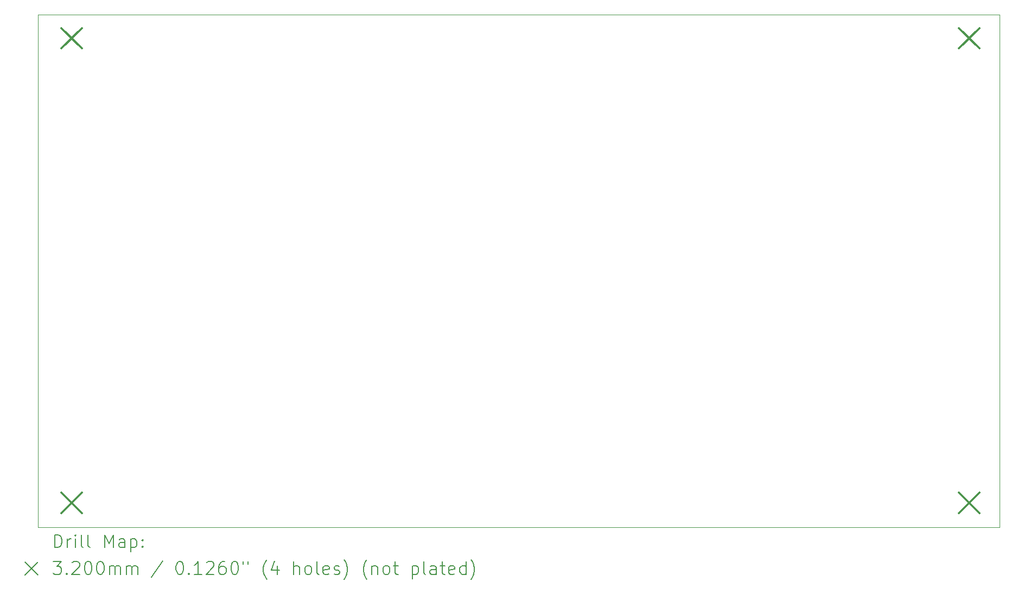
<source format=gbr>
%TF.GenerationSoftware,KiCad,Pcbnew,8.0.7*%
%TF.CreationDate,2025-03-14T10:19:42+01:00*%
%TF.ProjectId,MISRC_v2.5,4d495352-435f-4763-922e-352e6b696361,3.0*%
%TF.SameCoordinates,Original*%
%TF.FileFunction,Drillmap*%
%TF.FilePolarity,Positive*%
%FSLAX45Y45*%
G04 Gerber Fmt 4.5, Leading zero omitted, Abs format (unit mm)*
G04 Created by KiCad (PCBNEW 8.0.7) date 2025-03-14 10:19:42*
%MOMM*%
%LPD*%
G01*
G04 APERTURE LIST*
%ADD10C,0.100000*%
%ADD11C,0.200000*%
%ADD12C,0.320000*%
G04 APERTURE END LIST*
D10*
X20675000Y-13950000D02*
X20675000Y-5950000D01*
X5675000Y-13950000D02*
X20675000Y-13950000D01*
X20675000Y-5950000D02*
X5675000Y-5950000D01*
X5675000Y-5950000D02*
X5675000Y-13950000D01*
D11*
D12*
X6040000Y-6160000D02*
X6360000Y-6480000D01*
X6360000Y-6160000D02*
X6040000Y-6480000D01*
X6040000Y-13410000D02*
X6360000Y-13730000D01*
X6360000Y-13410000D02*
X6040000Y-13730000D01*
X20040000Y-6160000D02*
X20360000Y-6480000D01*
X20360000Y-6160000D02*
X20040000Y-6480000D01*
X20040000Y-13410000D02*
X20360000Y-13730000D01*
X20360000Y-13410000D02*
X20040000Y-13730000D01*
D11*
X5930777Y-14266484D02*
X5930777Y-14066484D01*
X5930777Y-14066484D02*
X5978396Y-14066484D01*
X5978396Y-14066484D02*
X6006967Y-14076008D01*
X6006967Y-14076008D02*
X6026015Y-14095055D01*
X6026015Y-14095055D02*
X6035539Y-14114103D01*
X6035539Y-14114103D02*
X6045062Y-14152198D01*
X6045062Y-14152198D02*
X6045062Y-14180769D01*
X6045062Y-14180769D02*
X6035539Y-14218865D01*
X6035539Y-14218865D02*
X6026015Y-14237912D01*
X6026015Y-14237912D02*
X6006967Y-14256960D01*
X6006967Y-14256960D02*
X5978396Y-14266484D01*
X5978396Y-14266484D02*
X5930777Y-14266484D01*
X6130777Y-14266484D02*
X6130777Y-14133150D01*
X6130777Y-14171246D02*
X6140301Y-14152198D01*
X6140301Y-14152198D02*
X6149824Y-14142674D01*
X6149824Y-14142674D02*
X6168872Y-14133150D01*
X6168872Y-14133150D02*
X6187920Y-14133150D01*
X6254586Y-14266484D02*
X6254586Y-14133150D01*
X6254586Y-14066484D02*
X6245062Y-14076008D01*
X6245062Y-14076008D02*
X6254586Y-14085531D01*
X6254586Y-14085531D02*
X6264110Y-14076008D01*
X6264110Y-14076008D02*
X6254586Y-14066484D01*
X6254586Y-14066484D02*
X6254586Y-14085531D01*
X6378396Y-14266484D02*
X6359348Y-14256960D01*
X6359348Y-14256960D02*
X6349824Y-14237912D01*
X6349824Y-14237912D02*
X6349824Y-14066484D01*
X6483158Y-14266484D02*
X6464110Y-14256960D01*
X6464110Y-14256960D02*
X6454586Y-14237912D01*
X6454586Y-14237912D02*
X6454586Y-14066484D01*
X6711729Y-14266484D02*
X6711729Y-14066484D01*
X6711729Y-14066484D02*
X6778396Y-14209341D01*
X6778396Y-14209341D02*
X6845062Y-14066484D01*
X6845062Y-14066484D02*
X6845062Y-14266484D01*
X7026015Y-14266484D02*
X7026015Y-14161722D01*
X7026015Y-14161722D02*
X7016491Y-14142674D01*
X7016491Y-14142674D02*
X6997443Y-14133150D01*
X6997443Y-14133150D02*
X6959348Y-14133150D01*
X6959348Y-14133150D02*
X6940301Y-14142674D01*
X7026015Y-14256960D02*
X7006967Y-14266484D01*
X7006967Y-14266484D02*
X6959348Y-14266484D01*
X6959348Y-14266484D02*
X6940301Y-14256960D01*
X6940301Y-14256960D02*
X6930777Y-14237912D01*
X6930777Y-14237912D02*
X6930777Y-14218865D01*
X6930777Y-14218865D02*
X6940301Y-14199817D01*
X6940301Y-14199817D02*
X6959348Y-14190293D01*
X6959348Y-14190293D02*
X7006967Y-14190293D01*
X7006967Y-14190293D02*
X7026015Y-14180769D01*
X7121253Y-14133150D02*
X7121253Y-14333150D01*
X7121253Y-14142674D02*
X7140301Y-14133150D01*
X7140301Y-14133150D02*
X7178396Y-14133150D01*
X7178396Y-14133150D02*
X7197443Y-14142674D01*
X7197443Y-14142674D02*
X7206967Y-14152198D01*
X7206967Y-14152198D02*
X7216491Y-14171246D01*
X7216491Y-14171246D02*
X7216491Y-14228388D01*
X7216491Y-14228388D02*
X7206967Y-14247436D01*
X7206967Y-14247436D02*
X7197443Y-14256960D01*
X7197443Y-14256960D02*
X7178396Y-14266484D01*
X7178396Y-14266484D02*
X7140301Y-14266484D01*
X7140301Y-14266484D02*
X7121253Y-14256960D01*
X7302205Y-14247436D02*
X7311729Y-14256960D01*
X7311729Y-14256960D02*
X7302205Y-14266484D01*
X7302205Y-14266484D02*
X7292682Y-14256960D01*
X7292682Y-14256960D02*
X7302205Y-14247436D01*
X7302205Y-14247436D02*
X7302205Y-14266484D01*
X7302205Y-14142674D02*
X7311729Y-14152198D01*
X7311729Y-14152198D02*
X7302205Y-14161722D01*
X7302205Y-14161722D02*
X7292682Y-14152198D01*
X7292682Y-14152198D02*
X7302205Y-14142674D01*
X7302205Y-14142674D02*
X7302205Y-14161722D01*
X5470000Y-14495000D02*
X5670000Y-14695000D01*
X5670000Y-14495000D02*
X5470000Y-14695000D01*
X5911729Y-14486484D02*
X6035539Y-14486484D01*
X6035539Y-14486484D02*
X5968872Y-14562674D01*
X5968872Y-14562674D02*
X5997443Y-14562674D01*
X5997443Y-14562674D02*
X6016491Y-14572198D01*
X6016491Y-14572198D02*
X6026015Y-14581722D01*
X6026015Y-14581722D02*
X6035539Y-14600769D01*
X6035539Y-14600769D02*
X6035539Y-14648388D01*
X6035539Y-14648388D02*
X6026015Y-14667436D01*
X6026015Y-14667436D02*
X6016491Y-14676960D01*
X6016491Y-14676960D02*
X5997443Y-14686484D01*
X5997443Y-14686484D02*
X5940301Y-14686484D01*
X5940301Y-14686484D02*
X5921253Y-14676960D01*
X5921253Y-14676960D02*
X5911729Y-14667436D01*
X6121253Y-14667436D02*
X6130777Y-14676960D01*
X6130777Y-14676960D02*
X6121253Y-14686484D01*
X6121253Y-14686484D02*
X6111729Y-14676960D01*
X6111729Y-14676960D02*
X6121253Y-14667436D01*
X6121253Y-14667436D02*
X6121253Y-14686484D01*
X6206967Y-14505531D02*
X6216491Y-14496008D01*
X6216491Y-14496008D02*
X6235539Y-14486484D01*
X6235539Y-14486484D02*
X6283158Y-14486484D01*
X6283158Y-14486484D02*
X6302205Y-14496008D01*
X6302205Y-14496008D02*
X6311729Y-14505531D01*
X6311729Y-14505531D02*
X6321253Y-14524579D01*
X6321253Y-14524579D02*
X6321253Y-14543627D01*
X6321253Y-14543627D02*
X6311729Y-14572198D01*
X6311729Y-14572198D02*
X6197443Y-14686484D01*
X6197443Y-14686484D02*
X6321253Y-14686484D01*
X6445062Y-14486484D02*
X6464110Y-14486484D01*
X6464110Y-14486484D02*
X6483158Y-14496008D01*
X6483158Y-14496008D02*
X6492682Y-14505531D01*
X6492682Y-14505531D02*
X6502205Y-14524579D01*
X6502205Y-14524579D02*
X6511729Y-14562674D01*
X6511729Y-14562674D02*
X6511729Y-14610293D01*
X6511729Y-14610293D02*
X6502205Y-14648388D01*
X6502205Y-14648388D02*
X6492682Y-14667436D01*
X6492682Y-14667436D02*
X6483158Y-14676960D01*
X6483158Y-14676960D02*
X6464110Y-14686484D01*
X6464110Y-14686484D02*
X6445062Y-14686484D01*
X6445062Y-14686484D02*
X6426015Y-14676960D01*
X6426015Y-14676960D02*
X6416491Y-14667436D01*
X6416491Y-14667436D02*
X6406967Y-14648388D01*
X6406967Y-14648388D02*
X6397443Y-14610293D01*
X6397443Y-14610293D02*
X6397443Y-14562674D01*
X6397443Y-14562674D02*
X6406967Y-14524579D01*
X6406967Y-14524579D02*
X6416491Y-14505531D01*
X6416491Y-14505531D02*
X6426015Y-14496008D01*
X6426015Y-14496008D02*
X6445062Y-14486484D01*
X6635539Y-14486484D02*
X6654586Y-14486484D01*
X6654586Y-14486484D02*
X6673634Y-14496008D01*
X6673634Y-14496008D02*
X6683158Y-14505531D01*
X6683158Y-14505531D02*
X6692682Y-14524579D01*
X6692682Y-14524579D02*
X6702205Y-14562674D01*
X6702205Y-14562674D02*
X6702205Y-14610293D01*
X6702205Y-14610293D02*
X6692682Y-14648388D01*
X6692682Y-14648388D02*
X6683158Y-14667436D01*
X6683158Y-14667436D02*
X6673634Y-14676960D01*
X6673634Y-14676960D02*
X6654586Y-14686484D01*
X6654586Y-14686484D02*
X6635539Y-14686484D01*
X6635539Y-14686484D02*
X6616491Y-14676960D01*
X6616491Y-14676960D02*
X6606967Y-14667436D01*
X6606967Y-14667436D02*
X6597443Y-14648388D01*
X6597443Y-14648388D02*
X6587920Y-14610293D01*
X6587920Y-14610293D02*
X6587920Y-14562674D01*
X6587920Y-14562674D02*
X6597443Y-14524579D01*
X6597443Y-14524579D02*
X6606967Y-14505531D01*
X6606967Y-14505531D02*
X6616491Y-14496008D01*
X6616491Y-14496008D02*
X6635539Y-14486484D01*
X6787920Y-14686484D02*
X6787920Y-14553150D01*
X6787920Y-14572198D02*
X6797443Y-14562674D01*
X6797443Y-14562674D02*
X6816491Y-14553150D01*
X6816491Y-14553150D02*
X6845063Y-14553150D01*
X6845063Y-14553150D02*
X6864110Y-14562674D01*
X6864110Y-14562674D02*
X6873634Y-14581722D01*
X6873634Y-14581722D02*
X6873634Y-14686484D01*
X6873634Y-14581722D02*
X6883158Y-14562674D01*
X6883158Y-14562674D02*
X6902205Y-14553150D01*
X6902205Y-14553150D02*
X6930777Y-14553150D01*
X6930777Y-14553150D02*
X6949824Y-14562674D01*
X6949824Y-14562674D02*
X6959348Y-14581722D01*
X6959348Y-14581722D02*
X6959348Y-14686484D01*
X7054586Y-14686484D02*
X7054586Y-14553150D01*
X7054586Y-14572198D02*
X7064110Y-14562674D01*
X7064110Y-14562674D02*
X7083158Y-14553150D01*
X7083158Y-14553150D02*
X7111729Y-14553150D01*
X7111729Y-14553150D02*
X7130777Y-14562674D01*
X7130777Y-14562674D02*
X7140301Y-14581722D01*
X7140301Y-14581722D02*
X7140301Y-14686484D01*
X7140301Y-14581722D02*
X7149824Y-14562674D01*
X7149824Y-14562674D02*
X7168872Y-14553150D01*
X7168872Y-14553150D02*
X7197443Y-14553150D01*
X7197443Y-14553150D02*
X7216491Y-14562674D01*
X7216491Y-14562674D02*
X7226015Y-14581722D01*
X7226015Y-14581722D02*
X7226015Y-14686484D01*
X7616491Y-14476960D02*
X7445063Y-14734103D01*
X7873634Y-14486484D02*
X7892682Y-14486484D01*
X7892682Y-14486484D02*
X7911729Y-14496008D01*
X7911729Y-14496008D02*
X7921253Y-14505531D01*
X7921253Y-14505531D02*
X7930777Y-14524579D01*
X7930777Y-14524579D02*
X7940301Y-14562674D01*
X7940301Y-14562674D02*
X7940301Y-14610293D01*
X7940301Y-14610293D02*
X7930777Y-14648388D01*
X7930777Y-14648388D02*
X7921253Y-14667436D01*
X7921253Y-14667436D02*
X7911729Y-14676960D01*
X7911729Y-14676960D02*
X7892682Y-14686484D01*
X7892682Y-14686484D02*
X7873634Y-14686484D01*
X7873634Y-14686484D02*
X7854586Y-14676960D01*
X7854586Y-14676960D02*
X7845063Y-14667436D01*
X7845063Y-14667436D02*
X7835539Y-14648388D01*
X7835539Y-14648388D02*
X7826015Y-14610293D01*
X7826015Y-14610293D02*
X7826015Y-14562674D01*
X7826015Y-14562674D02*
X7835539Y-14524579D01*
X7835539Y-14524579D02*
X7845063Y-14505531D01*
X7845063Y-14505531D02*
X7854586Y-14496008D01*
X7854586Y-14496008D02*
X7873634Y-14486484D01*
X8026015Y-14667436D02*
X8035539Y-14676960D01*
X8035539Y-14676960D02*
X8026015Y-14686484D01*
X8026015Y-14686484D02*
X8016491Y-14676960D01*
X8016491Y-14676960D02*
X8026015Y-14667436D01*
X8026015Y-14667436D02*
X8026015Y-14686484D01*
X8226015Y-14686484D02*
X8111729Y-14686484D01*
X8168872Y-14686484D02*
X8168872Y-14486484D01*
X8168872Y-14486484D02*
X8149825Y-14515055D01*
X8149825Y-14515055D02*
X8130777Y-14534103D01*
X8130777Y-14534103D02*
X8111729Y-14543627D01*
X8302206Y-14505531D02*
X8311729Y-14496008D01*
X8311729Y-14496008D02*
X8330777Y-14486484D01*
X8330777Y-14486484D02*
X8378396Y-14486484D01*
X8378396Y-14486484D02*
X8397444Y-14496008D01*
X8397444Y-14496008D02*
X8406968Y-14505531D01*
X8406968Y-14505531D02*
X8416491Y-14524579D01*
X8416491Y-14524579D02*
X8416491Y-14543627D01*
X8416491Y-14543627D02*
X8406968Y-14572198D01*
X8406968Y-14572198D02*
X8292682Y-14686484D01*
X8292682Y-14686484D02*
X8416491Y-14686484D01*
X8587920Y-14486484D02*
X8549825Y-14486484D01*
X8549825Y-14486484D02*
X8530777Y-14496008D01*
X8530777Y-14496008D02*
X8521253Y-14505531D01*
X8521253Y-14505531D02*
X8502206Y-14534103D01*
X8502206Y-14534103D02*
X8492682Y-14572198D01*
X8492682Y-14572198D02*
X8492682Y-14648388D01*
X8492682Y-14648388D02*
X8502206Y-14667436D01*
X8502206Y-14667436D02*
X8511729Y-14676960D01*
X8511729Y-14676960D02*
X8530777Y-14686484D01*
X8530777Y-14686484D02*
X8568872Y-14686484D01*
X8568872Y-14686484D02*
X8587920Y-14676960D01*
X8587920Y-14676960D02*
X8597444Y-14667436D01*
X8597444Y-14667436D02*
X8606968Y-14648388D01*
X8606968Y-14648388D02*
X8606968Y-14600769D01*
X8606968Y-14600769D02*
X8597444Y-14581722D01*
X8597444Y-14581722D02*
X8587920Y-14572198D01*
X8587920Y-14572198D02*
X8568872Y-14562674D01*
X8568872Y-14562674D02*
X8530777Y-14562674D01*
X8530777Y-14562674D02*
X8511729Y-14572198D01*
X8511729Y-14572198D02*
X8502206Y-14581722D01*
X8502206Y-14581722D02*
X8492682Y-14600769D01*
X8730777Y-14486484D02*
X8749825Y-14486484D01*
X8749825Y-14486484D02*
X8768872Y-14496008D01*
X8768872Y-14496008D02*
X8778396Y-14505531D01*
X8778396Y-14505531D02*
X8787920Y-14524579D01*
X8787920Y-14524579D02*
X8797444Y-14562674D01*
X8797444Y-14562674D02*
X8797444Y-14610293D01*
X8797444Y-14610293D02*
X8787920Y-14648388D01*
X8787920Y-14648388D02*
X8778396Y-14667436D01*
X8778396Y-14667436D02*
X8768872Y-14676960D01*
X8768872Y-14676960D02*
X8749825Y-14686484D01*
X8749825Y-14686484D02*
X8730777Y-14686484D01*
X8730777Y-14686484D02*
X8711729Y-14676960D01*
X8711729Y-14676960D02*
X8702206Y-14667436D01*
X8702206Y-14667436D02*
X8692682Y-14648388D01*
X8692682Y-14648388D02*
X8683158Y-14610293D01*
X8683158Y-14610293D02*
X8683158Y-14562674D01*
X8683158Y-14562674D02*
X8692682Y-14524579D01*
X8692682Y-14524579D02*
X8702206Y-14505531D01*
X8702206Y-14505531D02*
X8711729Y-14496008D01*
X8711729Y-14496008D02*
X8730777Y-14486484D01*
X8873634Y-14486484D02*
X8873634Y-14524579D01*
X8949825Y-14486484D02*
X8949825Y-14524579D01*
X9245063Y-14762674D02*
X9235539Y-14753150D01*
X9235539Y-14753150D02*
X9216491Y-14724579D01*
X9216491Y-14724579D02*
X9206968Y-14705531D01*
X9206968Y-14705531D02*
X9197444Y-14676960D01*
X9197444Y-14676960D02*
X9187920Y-14629341D01*
X9187920Y-14629341D02*
X9187920Y-14591246D01*
X9187920Y-14591246D02*
X9197444Y-14543627D01*
X9197444Y-14543627D02*
X9206968Y-14515055D01*
X9206968Y-14515055D02*
X9216491Y-14496008D01*
X9216491Y-14496008D02*
X9235539Y-14467436D01*
X9235539Y-14467436D02*
X9245063Y-14457912D01*
X9406968Y-14553150D02*
X9406968Y-14686484D01*
X9359349Y-14476960D02*
X9311730Y-14619817D01*
X9311730Y-14619817D02*
X9435539Y-14619817D01*
X9664111Y-14686484D02*
X9664111Y-14486484D01*
X9749825Y-14686484D02*
X9749825Y-14581722D01*
X9749825Y-14581722D02*
X9740301Y-14562674D01*
X9740301Y-14562674D02*
X9721253Y-14553150D01*
X9721253Y-14553150D02*
X9692682Y-14553150D01*
X9692682Y-14553150D02*
X9673634Y-14562674D01*
X9673634Y-14562674D02*
X9664111Y-14572198D01*
X9873634Y-14686484D02*
X9854587Y-14676960D01*
X9854587Y-14676960D02*
X9845063Y-14667436D01*
X9845063Y-14667436D02*
X9835539Y-14648388D01*
X9835539Y-14648388D02*
X9835539Y-14591246D01*
X9835539Y-14591246D02*
X9845063Y-14572198D01*
X9845063Y-14572198D02*
X9854587Y-14562674D01*
X9854587Y-14562674D02*
X9873634Y-14553150D01*
X9873634Y-14553150D02*
X9902206Y-14553150D01*
X9902206Y-14553150D02*
X9921253Y-14562674D01*
X9921253Y-14562674D02*
X9930777Y-14572198D01*
X9930777Y-14572198D02*
X9940301Y-14591246D01*
X9940301Y-14591246D02*
X9940301Y-14648388D01*
X9940301Y-14648388D02*
X9930777Y-14667436D01*
X9930777Y-14667436D02*
X9921253Y-14676960D01*
X9921253Y-14676960D02*
X9902206Y-14686484D01*
X9902206Y-14686484D02*
X9873634Y-14686484D01*
X10054587Y-14686484D02*
X10035539Y-14676960D01*
X10035539Y-14676960D02*
X10026015Y-14657912D01*
X10026015Y-14657912D02*
X10026015Y-14486484D01*
X10206968Y-14676960D02*
X10187920Y-14686484D01*
X10187920Y-14686484D02*
X10149825Y-14686484D01*
X10149825Y-14686484D02*
X10130777Y-14676960D01*
X10130777Y-14676960D02*
X10121253Y-14657912D01*
X10121253Y-14657912D02*
X10121253Y-14581722D01*
X10121253Y-14581722D02*
X10130777Y-14562674D01*
X10130777Y-14562674D02*
X10149825Y-14553150D01*
X10149825Y-14553150D02*
X10187920Y-14553150D01*
X10187920Y-14553150D02*
X10206968Y-14562674D01*
X10206968Y-14562674D02*
X10216492Y-14581722D01*
X10216492Y-14581722D02*
X10216492Y-14600769D01*
X10216492Y-14600769D02*
X10121253Y-14619817D01*
X10292682Y-14676960D02*
X10311730Y-14686484D01*
X10311730Y-14686484D02*
X10349825Y-14686484D01*
X10349825Y-14686484D02*
X10368873Y-14676960D01*
X10368873Y-14676960D02*
X10378396Y-14657912D01*
X10378396Y-14657912D02*
X10378396Y-14648388D01*
X10378396Y-14648388D02*
X10368873Y-14629341D01*
X10368873Y-14629341D02*
X10349825Y-14619817D01*
X10349825Y-14619817D02*
X10321253Y-14619817D01*
X10321253Y-14619817D02*
X10302206Y-14610293D01*
X10302206Y-14610293D02*
X10292682Y-14591246D01*
X10292682Y-14591246D02*
X10292682Y-14581722D01*
X10292682Y-14581722D02*
X10302206Y-14562674D01*
X10302206Y-14562674D02*
X10321253Y-14553150D01*
X10321253Y-14553150D02*
X10349825Y-14553150D01*
X10349825Y-14553150D02*
X10368873Y-14562674D01*
X10445063Y-14762674D02*
X10454587Y-14753150D01*
X10454587Y-14753150D02*
X10473634Y-14724579D01*
X10473634Y-14724579D02*
X10483158Y-14705531D01*
X10483158Y-14705531D02*
X10492682Y-14676960D01*
X10492682Y-14676960D02*
X10502206Y-14629341D01*
X10502206Y-14629341D02*
X10502206Y-14591246D01*
X10502206Y-14591246D02*
X10492682Y-14543627D01*
X10492682Y-14543627D02*
X10483158Y-14515055D01*
X10483158Y-14515055D02*
X10473634Y-14496008D01*
X10473634Y-14496008D02*
X10454587Y-14467436D01*
X10454587Y-14467436D02*
X10445063Y-14457912D01*
X10806968Y-14762674D02*
X10797444Y-14753150D01*
X10797444Y-14753150D02*
X10778396Y-14724579D01*
X10778396Y-14724579D02*
X10768873Y-14705531D01*
X10768873Y-14705531D02*
X10759349Y-14676960D01*
X10759349Y-14676960D02*
X10749825Y-14629341D01*
X10749825Y-14629341D02*
X10749825Y-14591246D01*
X10749825Y-14591246D02*
X10759349Y-14543627D01*
X10759349Y-14543627D02*
X10768873Y-14515055D01*
X10768873Y-14515055D02*
X10778396Y-14496008D01*
X10778396Y-14496008D02*
X10797444Y-14467436D01*
X10797444Y-14467436D02*
X10806968Y-14457912D01*
X10883158Y-14553150D02*
X10883158Y-14686484D01*
X10883158Y-14572198D02*
X10892682Y-14562674D01*
X10892682Y-14562674D02*
X10911730Y-14553150D01*
X10911730Y-14553150D02*
X10940301Y-14553150D01*
X10940301Y-14553150D02*
X10959349Y-14562674D01*
X10959349Y-14562674D02*
X10968873Y-14581722D01*
X10968873Y-14581722D02*
X10968873Y-14686484D01*
X11092682Y-14686484D02*
X11073634Y-14676960D01*
X11073634Y-14676960D02*
X11064111Y-14667436D01*
X11064111Y-14667436D02*
X11054587Y-14648388D01*
X11054587Y-14648388D02*
X11054587Y-14591246D01*
X11054587Y-14591246D02*
X11064111Y-14572198D01*
X11064111Y-14572198D02*
X11073634Y-14562674D01*
X11073634Y-14562674D02*
X11092682Y-14553150D01*
X11092682Y-14553150D02*
X11121254Y-14553150D01*
X11121254Y-14553150D02*
X11140301Y-14562674D01*
X11140301Y-14562674D02*
X11149825Y-14572198D01*
X11149825Y-14572198D02*
X11159349Y-14591246D01*
X11159349Y-14591246D02*
X11159349Y-14648388D01*
X11159349Y-14648388D02*
X11149825Y-14667436D01*
X11149825Y-14667436D02*
X11140301Y-14676960D01*
X11140301Y-14676960D02*
X11121254Y-14686484D01*
X11121254Y-14686484D02*
X11092682Y-14686484D01*
X11216492Y-14553150D02*
X11292682Y-14553150D01*
X11245063Y-14486484D02*
X11245063Y-14657912D01*
X11245063Y-14657912D02*
X11254587Y-14676960D01*
X11254587Y-14676960D02*
X11273634Y-14686484D01*
X11273634Y-14686484D02*
X11292682Y-14686484D01*
X11511730Y-14553150D02*
X11511730Y-14753150D01*
X11511730Y-14562674D02*
X11530777Y-14553150D01*
X11530777Y-14553150D02*
X11568873Y-14553150D01*
X11568873Y-14553150D02*
X11587920Y-14562674D01*
X11587920Y-14562674D02*
X11597444Y-14572198D01*
X11597444Y-14572198D02*
X11606968Y-14591246D01*
X11606968Y-14591246D02*
X11606968Y-14648388D01*
X11606968Y-14648388D02*
X11597444Y-14667436D01*
X11597444Y-14667436D02*
X11587920Y-14676960D01*
X11587920Y-14676960D02*
X11568873Y-14686484D01*
X11568873Y-14686484D02*
X11530777Y-14686484D01*
X11530777Y-14686484D02*
X11511730Y-14676960D01*
X11721253Y-14686484D02*
X11702206Y-14676960D01*
X11702206Y-14676960D02*
X11692682Y-14657912D01*
X11692682Y-14657912D02*
X11692682Y-14486484D01*
X11883158Y-14686484D02*
X11883158Y-14581722D01*
X11883158Y-14581722D02*
X11873634Y-14562674D01*
X11873634Y-14562674D02*
X11854587Y-14553150D01*
X11854587Y-14553150D02*
X11816492Y-14553150D01*
X11816492Y-14553150D02*
X11797444Y-14562674D01*
X11883158Y-14676960D02*
X11864111Y-14686484D01*
X11864111Y-14686484D02*
X11816492Y-14686484D01*
X11816492Y-14686484D02*
X11797444Y-14676960D01*
X11797444Y-14676960D02*
X11787920Y-14657912D01*
X11787920Y-14657912D02*
X11787920Y-14638865D01*
X11787920Y-14638865D02*
X11797444Y-14619817D01*
X11797444Y-14619817D02*
X11816492Y-14610293D01*
X11816492Y-14610293D02*
X11864111Y-14610293D01*
X11864111Y-14610293D02*
X11883158Y-14600769D01*
X11949825Y-14553150D02*
X12026015Y-14553150D01*
X11978396Y-14486484D02*
X11978396Y-14657912D01*
X11978396Y-14657912D02*
X11987920Y-14676960D01*
X11987920Y-14676960D02*
X12006968Y-14686484D01*
X12006968Y-14686484D02*
X12026015Y-14686484D01*
X12168873Y-14676960D02*
X12149825Y-14686484D01*
X12149825Y-14686484D02*
X12111730Y-14686484D01*
X12111730Y-14686484D02*
X12092682Y-14676960D01*
X12092682Y-14676960D02*
X12083158Y-14657912D01*
X12083158Y-14657912D02*
X12083158Y-14581722D01*
X12083158Y-14581722D02*
X12092682Y-14562674D01*
X12092682Y-14562674D02*
X12111730Y-14553150D01*
X12111730Y-14553150D02*
X12149825Y-14553150D01*
X12149825Y-14553150D02*
X12168873Y-14562674D01*
X12168873Y-14562674D02*
X12178396Y-14581722D01*
X12178396Y-14581722D02*
X12178396Y-14600769D01*
X12178396Y-14600769D02*
X12083158Y-14619817D01*
X12349825Y-14686484D02*
X12349825Y-14486484D01*
X12349825Y-14676960D02*
X12330777Y-14686484D01*
X12330777Y-14686484D02*
X12292682Y-14686484D01*
X12292682Y-14686484D02*
X12273634Y-14676960D01*
X12273634Y-14676960D02*
X12264111Y-14667436D01*
X12264111Y-14667436D02*
X12254587Y-14648388D01*
X12254587Y-14648388D02*
X12254587Y-14591246D01*
X12254587Y-14591246D02*
X12264111Y-14572198D01*
X12264111Y-14572198D02*
X12273634Y-14562674D01*
X12273634Y-14562674D02*
X12292682Y-14553150D01*
X12292682Y-14553150D02*
X12330777Y-14553150D01*
X12330777Y-14553150D02*
X12349825Y-14562674D01*
X12426015Y-14762674D02*
X12435539Y-14753150D01*
X12435539Y-14753150D02*
X12454587Y-14724579D01*
X12454587Y-14724579D02*
X12464111Y-14705531D01*
X12464111Y-14705531D02*
X12473634Y-14676960D01*
X12473634Y-14676960D02*
X12483158Y-14629341D01*
X12483158Y-14629341D02*
X12483158Y-14591246D01*
X12483158Y-14591246D02*
X12473634Y-14543627D01*
X12473634Y-14543627D02*
X12464111Y-14515055D01*
X12464111Y-14515055D02*
X12454587Y-14496008D01*
X12454587Y-14496008D02*
X12435539Y-14467436D01*
X12435539Y-14467436D02*
X12426015Y-14457912D01*
M02*

</source>
